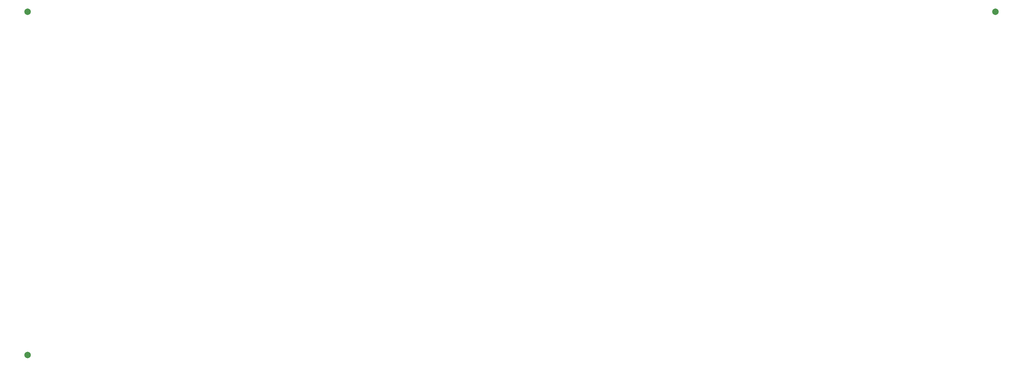
<source format=gtp>
G04 #@! TF.GenerationSoftware,KiCad,Pcbnew,(7.0.0)*
G04 #@! TF.CreationDate,2023-05-15T22:10:03-07:00*
G04 #@! TF.ProjectId,pcb-hotswap-rails,7063622d-686f-4747-9377-61702d726169,1.0*
G04 #@! TF.SameCoordinates,Original*
G04 #@! TF.FileFunction,Paste,Top*
G04 #@! TF.FilePolarity,Positive*
%FSLAX46Y46*%
G04 Gerber Fmt 4.6, Leading zero omitted, Abs format (unit mm)*
G04 Created by KiCad (PCBNEW (7.0.0)) date 2023-05-15 22:10:03*
%MOMM*%
%LPD*%
G01*
G04 APERTURE LIST*
%ADD10C,2.000000*%
G04 APERTURE END LIST*
D10*
G04 #@! TO.C,REF\u002A\u002A*
X2500000Y109000000D03*
G04 #@! TD*
G04 #@! TO.C,REF\u002A\u002A*
X2500000Y2500000D03*
G04 #@! TD*
G04 #@! TO.C,REF\u002A\u002A*
X302549000Y109000000D03*
G04 #@! TD*
M02*

</source>
